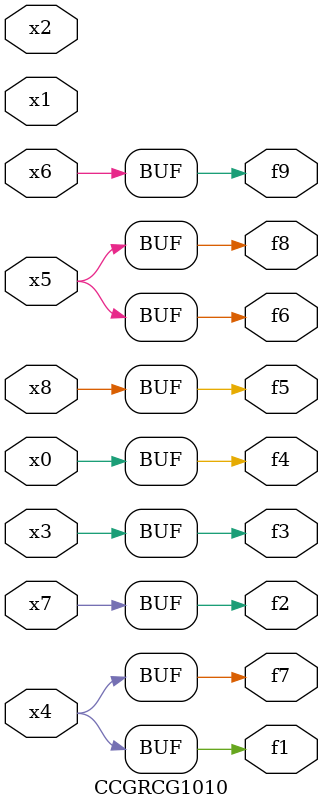
<source format=v>
module CCGRCG1010(
	input x0, x1, x2, x3, x4, x5, x6, x7, x8,
	output f1, f2, f3, f4, f5, f6, f7, f8, f9
);
	assign f1 = x4;
	assign f2 = x7;
	assign f3 = x3;
	assign f4 = x0;
	assign f5 = x8;
	assign f6 = x5;
	assign f7 = x4;
	assign f8 = x5;
	assign f9 = x6;
endmodule

</source>
